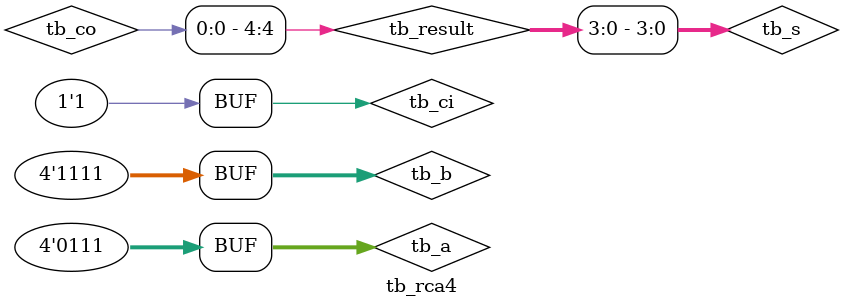
<source format=v>
`timescale 1ns/100ps //unit:1ns precision:100ps

module tb_rca4; // 4bits ripple carry adder design
		reg [3:0] tb_a,tb_b; //4 bits input
		reg tb_ci; //carry in
		wire tb_co;//carry out
		wire [3:0] tb_s; //4 bits sum
		wire [4:0] tb_result;// 5 bits results
		
		
		rca4 tb_rca(tb_a,tb_b,tb_ci,tb_co,tb_s);// calling rca4 module
		
		initial begin // Run once
				tb_a = 4'b0001; tb_b = 4'b0001; tb_ci = 0;
		#10;	tb_a = 4'b0010; tb_b = 4'b0001; tb_ci = 0;
		#10;	tb_a = 4'b0001; tb_b = 4'b0010; tb_ci = 0;
		#10;	tb_a = 4'b0111; tb_b = 4'b0001; tb_ci = 1;
		#10;	tb_a = 4'b0000; tb_b = 4'b0000; tb_ci = 1;
		#10;	tb_a = 4'b1111; tb_b = 4'b0111; tb_ci = 1;
		#10;	tb_a = 4'h9; tb_b = 4'h8; tb_ci = 0;
		#10;	tb_a = 4'h7; tb_b = 4'hf; tb_ci = 1;
		#10; // delay 10units
		end// test end
		//directed verification
		
		assign tb_result = {tb_co,tb_s}; // To view Carry out and Sums in a Bundle
	endmodule
	
		
				
</source>
